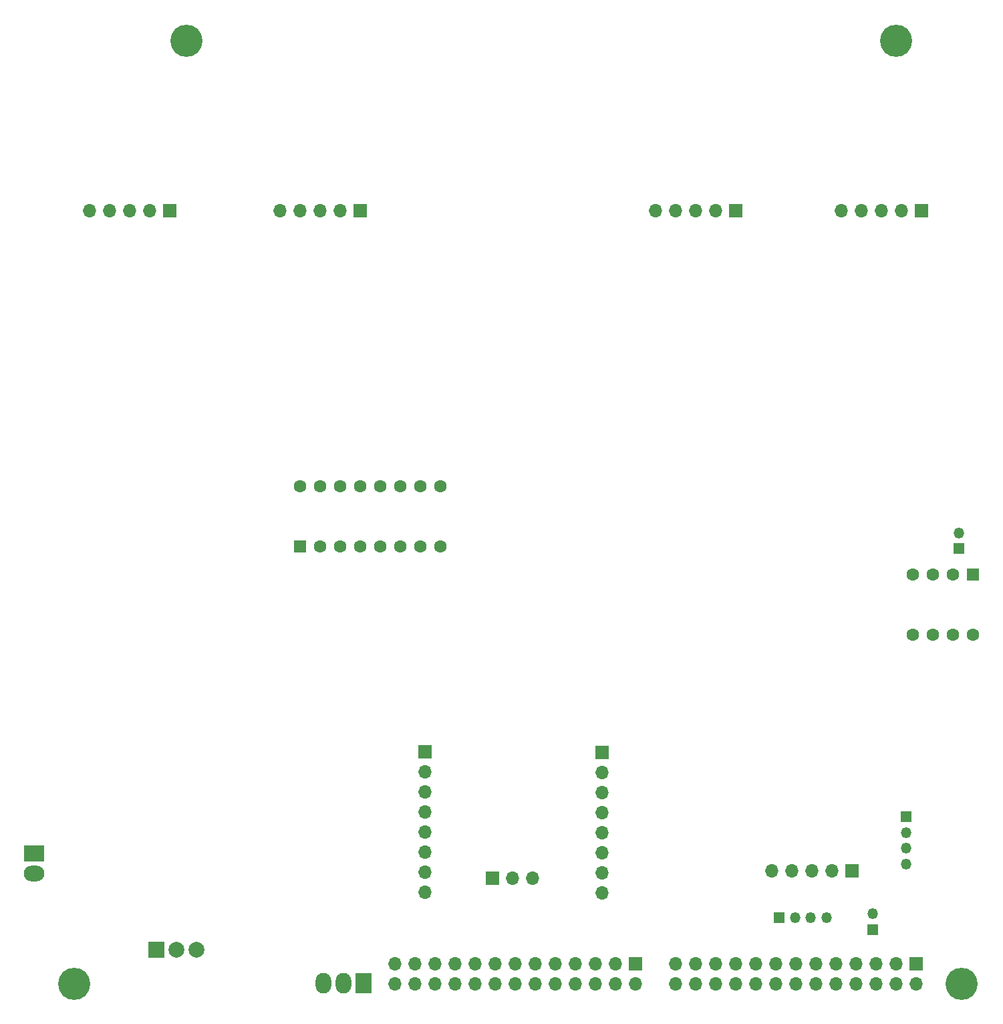
<source format=gbr>
G04 #@! TF.FileFunction,Soldermask,Bot*
%FSLAX46Y46*%
G04 Gerber Fmt 4.6, Leading zero omitted, Abs format (unit mm)*
G04 Created by KiCad (PCBNEW 4.0.7) date 02/28/19 19:31:31*
%MOMM*%
%LPD*%
G01*
G04 APERTURE LIST*
%ADD10C,0.100000*%
%ADD11R,1.600000X1.600000*%
%ADD12C,1.600000*%
%ADD13C,4.064000*%
%ADD14R,1.700000X1.700000*%
%ADD15O,1.700000X1.700000*%
%ADD16R,2.000000X2.000000*%
%ADD17C,2.000000*%
%ADD18R,2.000000X2.600000*%
%ADD19O,2.000000X2.600000*%
%ADD20R,2.600000X2.000000*%
%ADD21O,2.600000X2.000000*%
%ADD22R,1.350000X1.350000*%
%ADD23O,1.350000X1.350000*%
G04 APERTURE END LIST*
D10*
D11*
X141795500Y-92964000D03*
D12*
X139255500Y-92964000D03*
X136715500Y-92964000D03*
X134175500Y-92964000D03*
X134175500Y-100584000D03*
X136715500Y-100584000D03*
X139255500Y-100584000D03*
X141795500Y-100584000D03*
D13*
X42164000Y-25400000D03*
X132080000Y-25400000D03*
X140335000Y-144780000D03*
D14*
X134620000Y-142240000D03*
D15*
X134620000Y-144780000D03*
X132080000Y-142240000D03*
X132080000Y-144780000D03*
X129540000Y-142240000D03*
X129540000Y-144780000D03*
X127000000Y-142240000D03*
X127000000Y-144780000D03*
X124460000Y-142240000D03*
X124460000Y-144780000D03*
X121920000Y-142240000D03*
X121920000Y-144780000D03*
X119380000Y-142240000D03*
X119380000Y-144780000D03*
X116840000Y-142240000D03*
X116840000Y-144780000D03*
X114300000Y-142240000D03*
X114300000Y-144780000D03*
X111760000Y-142240000D03*
X111760000Y-144780000D03*
X109220000Y-142240000D03*
X109220000Y-144780000D03*
X106680000Y-142240000D03*
X106680000Y-144780000D03*
X104140000Y-142240000D03*
X104140000Y-144780000D03*
D14*
X126506500Y-130538000D03*
D15*
X123966500Y-130538000D03*
X121426500Y-130538000D03*
X118886500Y-130538000D03*
X116346500Y-130538000D03*
D16*
X38372000Y-140476500D03*
D17*
X40912000Y-140476500D03*
X43452000Y-140476500D03*
D11*
X56515000Y-89471500D03*
D12*
X59055000Y-89471500D03*
X61595000Y-89471500D03*
X64135000Y-89471500D03*
X66675000Y-89471500D03*
X69215000Y-89471500D03*
X71755000Y-89471500D03*
X71755000Y-81851500D03*
X69215000Y-81851500D03*
X66675000Y-81851500D03*
X64135000Y-81851500D03*
X61595000Y-81851500D03*
X59055000Y-81851500D03*
X56515000Y-81851500D03*
X74295000Y-89471500D03*
X74295000Y-81851500D03*
D14*
X94805500Y-115506500D03*
D15*
X94805500Y-118046500D03*
X94805500Y-120586500D03*
X94805500Y-123126500D03*
X94805500Y-125666500D03*
X94805500Y-128206500D03*
X94805500Y-130746500D03*
X94805500Y-133286500D03*
D14*
X80899000Y-131445000D03*
D15*
X83439000Y-131445000D03*
X85979000Y-131445000D03*
D14*
X40005000Y-46926500D03*
D15*
X37465000Y-46926500D03*
X34925000Y-46926500D03*
X32385000Y-46926500D03*
X29845000Y-46926500D03*
D14*
X64135000Y-46926500D03*
D15*
X61595000Y-46926500D03*
X59055000Y-46926500D03*
X56515000Y-46926500D03*
X53975000Y-46926500D03*
D14*
X111760000Y-46926500D03*
D15*
X109220000Y-46926500D03*
X106680000Y-46926500D03*
X104140000Y-46926500D03*
X101600000Y-46926500D03*
D14*
X135255000Y-46926500D03*
D15*
X132715000Y-46926500D03*
X130175000Y-46926500D03*
X127635000Y-46926500D03*
X125095000Y-46926500D03*
D14*
X72390000Y-115443000D03*
D15*
X72390000Y-117983000D03*
X72390000Y-120523000D03*
X72390000Y-123063000D03*
X72390000Y-125603000D03*
X72390000Y-128143000D03*
X72390000Y-130683000D03*
X72390000Y-133223000D03*
D14*
X99060000Y-142240000D03*
D15*
X99060000Y-144780000D03*
X96520000Y-142240000D03*
X96520000Y-144780000D03*
X93980000Y-142240000D03*
X93980000Y-144780000D03*
X91440000Y-142240000D03*
X91440000Y-144780000D03*
X88900000Y-142240000D03*
X88900000Y-144780000D03*
X86360000Y-142240000D03*
X86360000Y-144780000D03*
X83820000Y-142240000D03*
X83820000Y-144780000D03*
X81280000Y-142240000D03*
X81280000Y-144780000D03*
X78740000Y-142240000D03*
X78740000Y-144780000D03*
X76200000Y-142240000D03*
X76200000Y-144780000D03*
X73660000Y-142240000D03*
X73660000Y-144780000D03*
X71120000Y-142240000D03*
X71120000Y-144780000D03*
X68580000Y-142240000D03*
X68580000Y-144780000D03*
D13*
X27940000Y-144780000D03*
D18*
X64617600Y-144729200D03*
D19*
X62077600Y-144729200D03*
X59537600Y-144729200D03*
D20*
X22860000Y-128270000D03*
D21*
X22860000Y-130810000D03*
D22*
X117246900Y-136423400D03*
D23*
X119246900Y-136423400D03*
X121246900Y-136423400D03*
X123246900Y-136423400D03*
D22*
X133375400Y-123659900D03*
D23*
X133375400Y-125659900D03*
X133375400Y-127659900D03*
X133375400Y-129659900D03*
D22*
X140030200Y-89738200D03*
D23*
X140030200Y-87738200D03*
D22*
X129146300Y-137960100D03*
D23*
X129146300Y-135960100D03*
M02*

</source>
